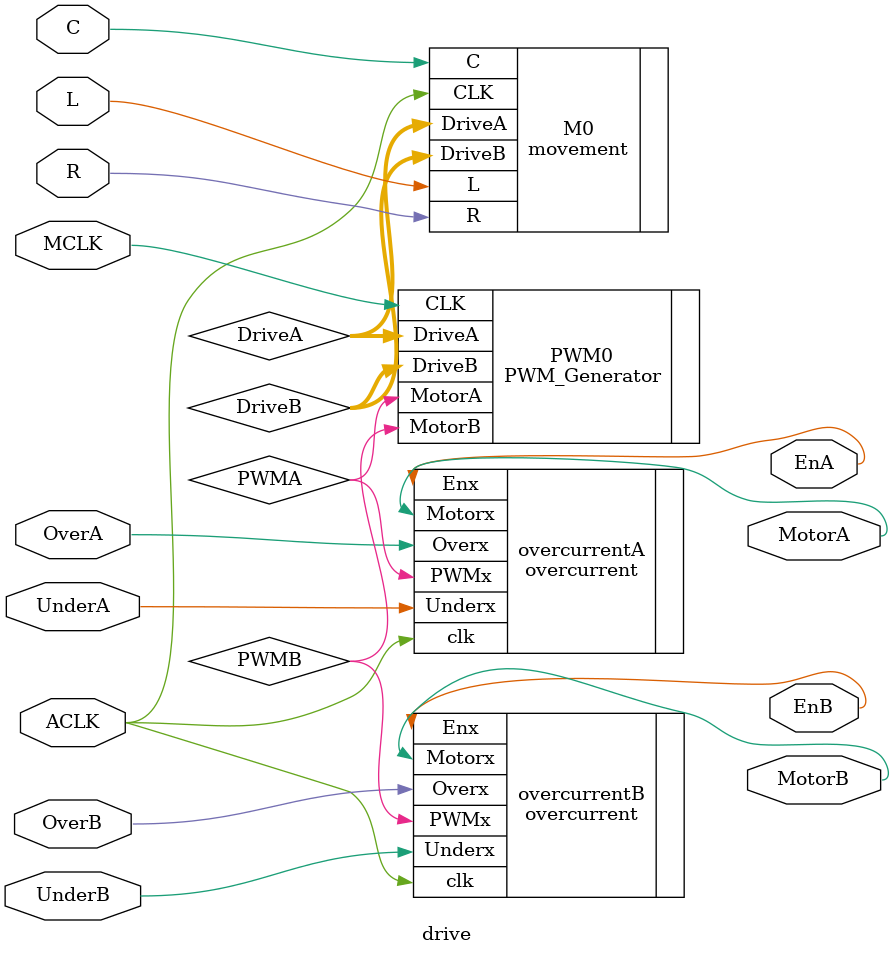
<source format=v>
/*-------------------------------------------------------------
    Project Lab 1 - Main Project
       Program by: Zachary Bonneau
    Creation Date: 10/13/2023
     Program Name: drive.v
    SubProgram of: drive system
  
    Program Description:
        This program instantiates submodules from:
            movement system, overcurrent system, PWM generator
        to construct the final drive system.
        Signals from the IPS sensors drive the movement system, which configure
        PWM duty cycles. These PWM signals are controlled by the overcurrent protection
        system to prevent motor and battery overcurrent

    Inputs:
        MCLK -> PWM generator
        ACLK -> Movement system
        IPS L,C,R -> Movement system
        Over A,B, bat -> overcurrent systems
    
    Outputs:
        EnA, EnB -> H-Bridge
        MotorA, MotorB -> H-Bridge     
        
    Notes:
        Revision 2.0 - Removed OverBat, added UnderA/B to reflect hardware changes

*///-----------------------------------------------------------
//`include "mainproject\driveSystem\movementSystem\movement.v"
//`include "mainproject\driveSystem\overcurrent\overcurrent.v"
//`include "mainproject\driveSystem\PWM_Generator\PWM_Generator.v"

module drive(
    input MCLK, ACLK, L, C, R, OverA, UnderA, OverB, UnderB,
    output EnA, EnB,
    output MotorA, MotorB
);
    wire [1:0] DriveA, DriveB;
    wire PWMA, PWMB;

    movement M0(
        .CLK(ACLK), .L(L), .C(C), .R(R),
        .DriveA(DriveA), .DriveB(DriveB)
    );

    PWM_Generator PWM0(
        .CLK(MCLK), .DriveA(DriveA), .DriveB(DriveB),
        .MotorA(PWMA), .MotorB(PWMB)
    );

    overcurrent overcurrentA( .clk(ACLK),
        .PWMx(PWMA), .Overx(OverA), .Underx(UnderA),
        .Enx(EnA), .Motorx(MotorA)
    );

    overcurrent overcurrentB( .clk(ACLK),
        .PWMx(PWMB), .Overx(OverB), .Underx(UnderB),
        .Enx(EnB), .Motorx(MotorB)
    );

endmodule
</source>
